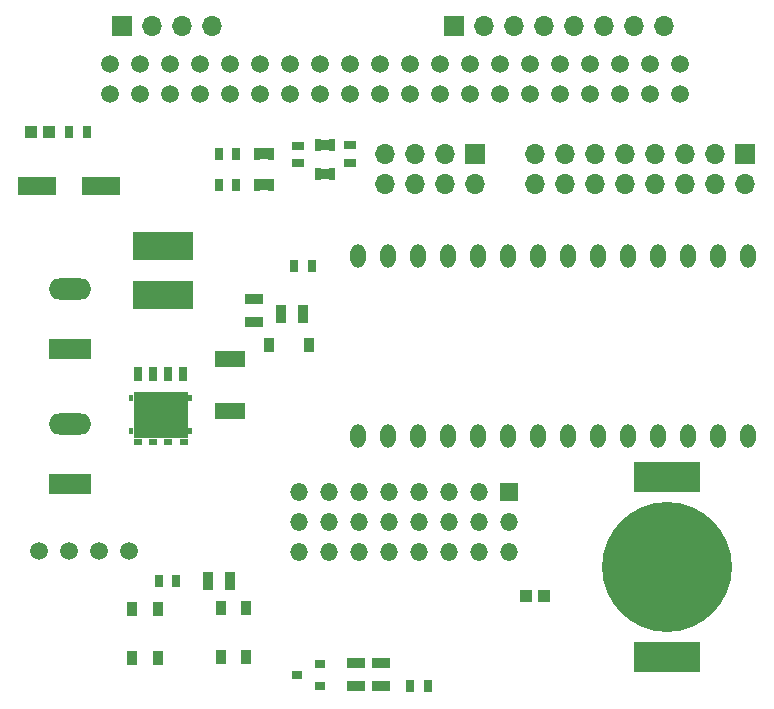
<source format=gts>
G04 #@! TF.FileFunction,Soldermask,Top*
%FSLAX45Y45*%
G04 Gerber Fmt 4.5, Leading zero omitted, Abs format (unit mm)*
G04 Created by KiCad (PCBNEW 4.0.7-e2-6376~58~ubuntu17.04.1) date Thu Feb 22 21:40:24 2018*
%MOMM*%
%LPD*%
G01*
G04 APERTURE LIST*
%ADD10C,0.100000*%
%ADD11C,0.500000*%
%ADD12R,1.700000X1.700000*%
%ADD13O,1.700000X1.700000*%
%ADD14C,1.500000*%
%ADD15R,1.501140X0.901700*%
%ADD16R,3.197860X1.597660*%
%ADD17R,2.500000X1.400000*%
%ADD18R,0.848360X1.198880*%
%ADD19R,3.600000X1.800000*%
%ADD20O,3.600000X1.800000*%
%ADD21R,0.600000X1.000000*%
%ADD22R,1.500000X1.500000*%
%ADD23O,1.500000X1.500000*%
%ADD24R,5.100000X2.350000*%
%ADD25R,0.952500X1.551940*%
%ADD26R,1.551940X0.952500*%
%ADD27R,0.802640X1.102360*%
%ADD28R,0.901700X1.303020*%
%ADD29O,1.300000X2.000000*%
%ADD30R,0.899160X0.797560*%
%ADD31R,5.588000X2.540000*%
%ADD32C,11.000000*%
%ADD33R,1.102360X0.802640*%
%ADD34R,1.000760X1.000760*%
%ADD35R,0.400000X0.600000*%
%ADD36R,0.700000X0.550000*%
%ADD37R,0.635000X1.250000*%
%ADD38R,0.650000X1.250000*%
%ADD39R,4.600000X3.900000*%
%ADD40C,1.506220*%
G04 APERTURE END LIST*
D10*
D11*
X10200000Y-6930000D02*
X10120000Y-6930000D01*
X10120000Y-6930000D02*
X10120000Y-6910000D01*
X10120000Y-6910000D02*
X10200000Y-6910000D01*
X10200000Y-6910000D02*
X10200000Y-6890000D01*
X10200000Y-6890000D02*
X10120000Y-6890000D01*
X10200000Y-7176450D02*
X10120000Y-7176450D01*
X10120000Y-7176450D02*
X10120000Y-7156450D01*
X10120000Y-7156450D02*
X10200000Y-7156450D01*
X10200000Y-7156450D02*
X10200000Y-7136450D01*
X10200000Y-7136450D02*
X10120000Y-7136450D01*
X9685650Y-7005000D02*
X9605650Y-7005000D01*
X9605650Y-7005000D02*
X9605650Y-6985000D01*
X9605650Y-6985000D02*
X9685650Y-6985000D01*
X9685650Y-6985000D02*
X9685650Y-6965000D01*
X9685650Y-6965000D02*
X9605650Y-6965000D01*
X9685650Y-7265350D02*
X9605650Y-7265350D01*
X9605650Y-7265350D02*
X9605650Y-7245350D01*
X9605650Y-7245350D02*
X9685650Y-7245350D01*
X9685650Y-7245350D02*
X9685650Y-7225350D01*
X9685650Y-7225350D02*
X9605650Y-7225350D01*
D12*
X11252200Y-5905500D03*
D13*
X11506200Y-5905500D03*
X11760200Y-5905500D03*
X12014200Y-5905500D03*
X12268200Y-5905500D03*
X12522200Y-5905500D03*
X12776200Y-5905500D03*
X13030200Y-5905500D03*
D12*
X8445500Y-5905500D03*
D13*
X8699500Y-5905500D03*
X8953500Y-5905500D03*
X9207500Y-5905500D03*
D14*
X8337000Y-6477000D03*
X8337000Y-6223000D03*
X8591000Y-6477000D03*
X8591000Y-6223000D03*
X8845000Y-6477000D03*
X8845000Y-6223000D03*
X9099000Y-6477000D03*
X9099000Y-6223000D03*
X9353000Y-6477000D03*
X9353000Y-6223000D03*
X9607000Y-6477000D03*
X9607000Y-6223000D03*
X9861000Y-6477000D03*
X9861000Y-6223000D03*
X10115000Y-6477000D03*
X10115000Y-6223000D03*
X10369000Y-6477000D03*
X10369000Y-6223000D03*
X10623000Y-6477000D03*
X10623000Y-6223000D03*
X10877000Y-6477000D03*
X10877000Y-6223000D03*
X11131000Y-6477000D03*
X11131000Y-6223000D03*
X11385000Y-6477000D03*
X11385000Y-6223000D03*
X11639000Y-6477000D03*
X11639000Y-6223000D03*
X11893000Y-6477000D03*
X11893000Y-6223000D03*
X12147000Y-6477000D03*
X12147000Y-6223000D03*
X12401000Y-6477000D03*
X12401000Y-6223000D03*
X12655000Y-6477000D03*
X12655000Y-6223000D03*
X12909000Y-6477000D03*
X12909000Y-6223000D03*
X13163000Y-6477000D03*
X13163000Y-6223000D03*
D15*
X9563100Y-8407146D03*
X9563100Y-8217154D03*
D16*
X8264398Y-7258050D03*
X7724902Y-7258050D03*
D17*
X9360000Y-9160000D03*
X9360000Y-8720000D03*
D18*
X10022586Y-8600000D03*
X9687814Y-8600000D03*
D19*
X8001000Y-8636000D03*
D20*
X8001000Y-8128000D03*
D19*
X8001000Y-9779000D03*
D20*
X8001000Y-9271000D03*
D21*
X10220000Y-6910000D03*
X10100000Y-6910000D03*
X10220000Y-7156450D03*
X10100000Y-7156450D03*
X9705650Y-6985000D03*
X9585650Y-6985000D03*
X9705650Y-7245350D03*
X9585650Y-7245350D03*
D12*
X13716000Y-6985000D03*
D13*
X13716000Y-7239000D03*
X13462000Y-6985000D03*
X13462000Y-7239000D03*
X13208000Y-6985000D03*
X13208000Y-7239000D03*
X12954000Y-6985000D03*
X12954000Y-7239000D03*
X12700000Y-6985000D03*
X12700000Y-7239000D03*
X12446000Y-6985000D03*
X12446000Y-7239000D03*
X12192000Y-6985000D03*
X12192000Y-7239000D03*
X11938000Y-6985000D03*
X11938000Y-7239000D03*
D12*
X11430000Y-6985000D03*
D13*
X11430000Y-7239000D03*
X11176000Y-6985000D03*
X11176000Y-7239000D03*
X10922000Y-6985000D03*
X10922000Y-7239000D03*
X10668000Y-6985000D03*
X10668000Y-7239000D03*
D22*
X11716000Y-9846000D03*
D23*
X11462000Y-9846000D03*
X11208000Y-9846000D03*
X10954000Y-9846000D03*
X10700000Y-9846000D03*
X10446000Y-9846000D03*
X10192000Y-9846000D03*
X9938000Y-9846000D03*
X11716000Y-10100000D03*
X11462000Y-10100000D03*
X11208000Y-10100000D03*
X10954000Y-10100000D03*
X10700000Y-10100000D03*
X10446000Y-10100000D03*
X10192000Y-10100000D03*
X9938000Y-10100000D03*
X11716000Y-10354000D03*
X11462000Y-10354000D03*
X11208000Y-10354000D03*
X10954000Y-10354000D03*
X10700000Y-10354000D03*
X10446000Y-10354000D03*
X10192000Y-10354000D03*
X9938000Y-10354000D03*
D24*
X8788400Y-7768100D03*
X8788400Y-8183100D03*
D25*
X9359646Y-10598150D03*
X9169654Y-10598150D03*
D26*
X10636250Y-11296904D03*
X10636250Y-11486896D03*
X10426700Y-11486896D03*
X10426700Y-11296904D03*
D25*
X9975596Y-8337550D03*
X9785604Y-8337550D03*
D27*
X10050780Y-7937500D03*
X9900920Y-7937500D03*
D28*
X9492742Y-10829036D03*
X9492742Y-11243564D03*
X9277858Y-10829036D03*
X9277858Y-11243564D03*
X8743442Y-10835386D03*
X8743442Y-11249914D03*
X8528558Y-10835386D03*
X8528558Y-11249914D03*
D29*
X13741000Y-9372000D03*
X13741000Y-7848000D03*
X13487000Y-9372000D03*
X13487000Y-7848000D03*
X13233000Y-9372000D03*
X13233000Y-7848000D03*
X12979000Y-9372000D03*
X12979000Y-7848000D03*
X12725000Y-9372000D03*
X12725000Y-7848000D03*
X12471000Y-9372000D03*
X12471000Y-7848000D03*
X12217000Y-9372000D03*
X12217000Y-7848000D03*
X11963000Y-9372000D03*
X11963000Y-7848000D03*
X11709000Y-9372000D03*
X11709000Y-7848000D03*
X11455000Y-9372000D03*
X11455000Y-7848000D03*
X11201000Y-9372000D03*
X11201000Y-7848000D03*
X10947000Y-9372000D03*
X10947000Y-7848000D03*
X10693000Y-9372000D03*
X10693000Y-7848000D03*
X10439000Y-9372000D03*
X10439000Y-7848000D03*
D30*
X10120122Y-11493246D03*
X10120122Y-11303254D03*
X9920478Y-11398250D03*
D31*
X13060000Y-9718000D03*
X13060000Y-11242000D03*
D32*
X13060000Y-10480000D03*
D27*
X8901430Y-10598150D03*
X8751570Y-10598150D03*
X10878820Y-11487150D03*
X11028680Y-11487150D03*
X9259570Y-6985000D03*
X9409430Y-6985000D03*
X9259570Y-7245350D03*
X9409430Y-7245350D03*
D33*
X10369550Y-6910070D03*
X10369550Y-7059930D03*
X9931400Y-6916420D03*
X9931400Y-7066280D03*
D27*
X7995070Y-6800000D03*
X8144930Y-6800000D03*
D34*
X7824930Y-6800000D03*
X7675070Y-6800000D03*
X12014930Y-10730000D03*
X11865070Y-10730000D03*
D35*
X9019350Y-9329300D03*
X8519350Y-9329300D03*
X9019350Y-9054300D03*
D36*
X8706850Y-9421800D03*
X8831850Y-9421800D03*
X8964350Y-9421800D03*
D37*
X8578850Y-8851800D03*
D38*
X8705850Y-8851800D03*
D37*
X8832850Y-8851800D03*
X8959850Y-8851800D03*
D39*
X8769350Y-9199300D03*
D36*
X8574350Y-9421800D03*
D35*
X8519350Y-9054300D03*
D40*
X7739000Y-10350000D03*
X7993000Y-10350000D03*
X8247000Y-10350000D03*
X8501000Y-10350000D03*
M02*

</source>
